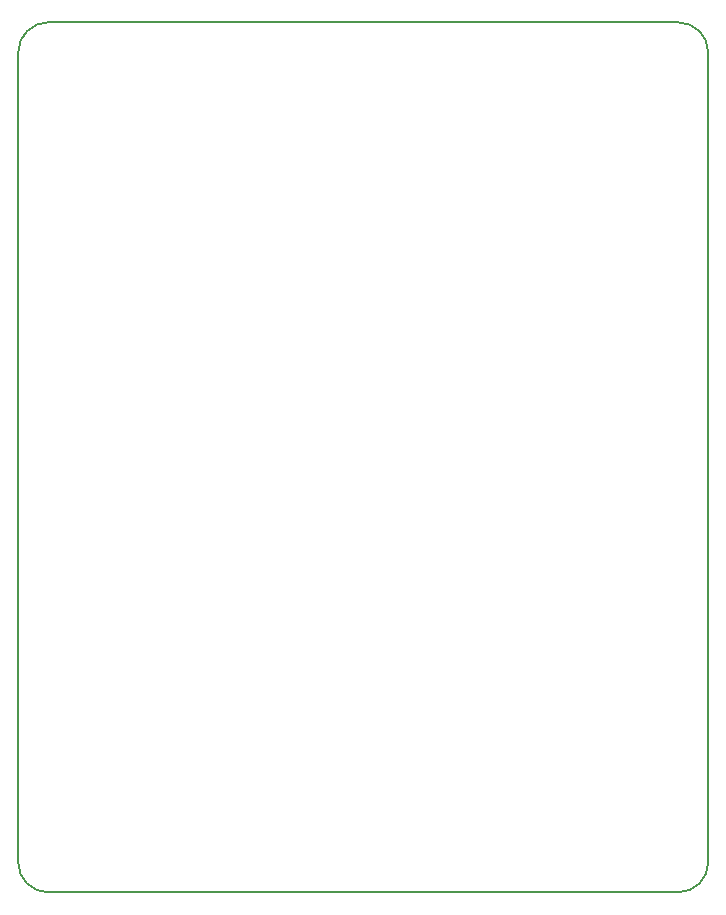
<source format=gm1>
G04 #@! TF.GenerationSoftware,KiCad,Pcbnew,5.0.1*
G04 #@! TF.CreationDate,2019-01-27T10:15:17+11:00*
G04 #@! TF.ProjectId,a501 dram based design,61353031206472616D20626173656420,1.0*
G04 #@! TF.SameCoordinates,Original*
G04 #@! TF.FileFunction,Profile,NP*
%FSLAX46Y46*%
G04 Gerber Fmt 4.6, Leading zero omitted, Abs format (unit mm)*
G04 Created by KiCad (PCBNEW 5.0.1) date Sun 27 Jan 2019 10:15:17 AEDT*
%MOMM*%
%LPD*%
G01*
G04 APERTURE LIST*
%ADD10C,0.150000*%
G04 APERTURE END LIST*
D10*
X203200000Y-56388000D02*
G75*
G03X200660000Y-53848000I-2540000J0D01*
G01*
X203200000Y-56388000D02*
X203200000Y-124968000D01*
X144780000Y-124968000D02*
X144780000Y-56388000D01*
X200660000Y-127508000D02*
G75*
G03X203200000Y-124968000I0J2540000D01*
G01*
X144780000Y-124968000D02*
G75*
G03X147320000Y-127508000I2540000J0D01*
G01*
X147320000Y-127508000D02*
X200660000Y-127508000D01*
X147320000Y-53848000D02*
G75*
G03X144780000Y-56388000I0J-2540000D01*
G01*
X147320000Y-53848000D02*
X200660000Y-53848000D01*
M02*

</source>
